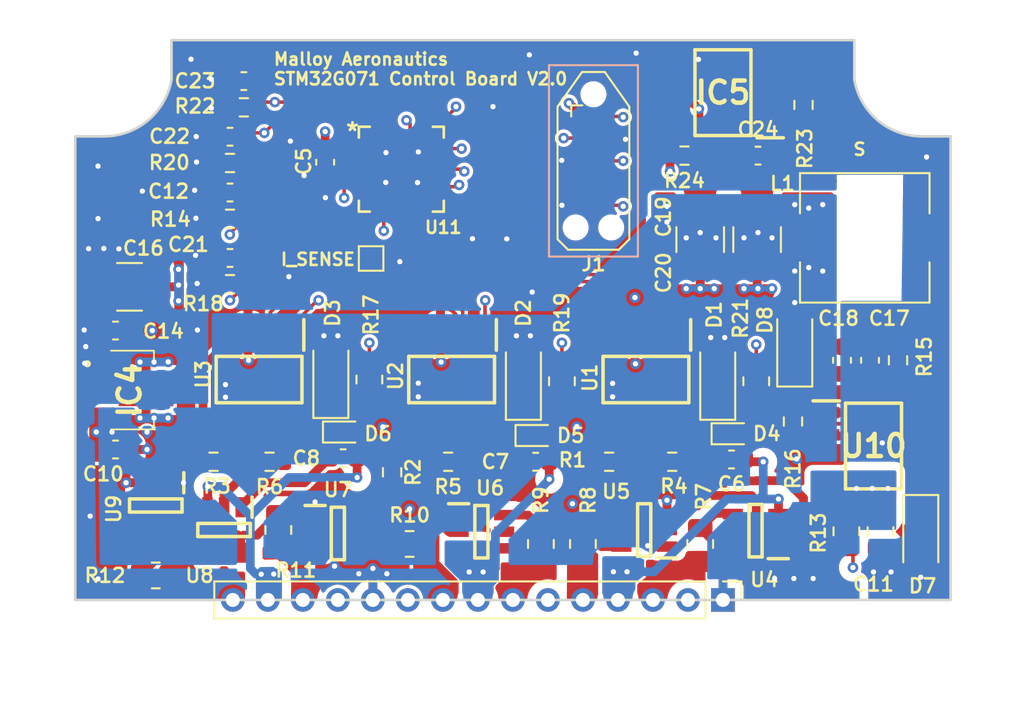
<source format=kicad_pcb>
(kicad_pcb (version 20221018) (generator pcbnew)
  (layers (0 "F.Cu" signal) (1 "In1.Cu" power "GND1.Cu") (2 "In2.Cu" signal "InnerSIG.Cu") (3 "In3.Cu" power "PWR.Cu") (4 "In4.Cu" power "GND2.Cu") (31 "B.Cu" signal) (34 "B.Paste" user) (35 "F.Paste" user) (36 "B.SilkS" user "B.Silkscreen") (37 "F.SilkS" user "F.Silkscreen") (38 "B.Mask" user) (39 "F.Mask" user) (44 "Edge.Cuts" user))
  (net 0 "")
  (net 1 "Net-(D1-K)")
  (net 2 "GND")
  (net 3 "Net-(D2-K)")
  (net 4 "Net-(D3-K)")
  (net 5 "/MCU/PA5")
  (net 6 "Net-(U10-BP)")
  (net 7 "+3V3")
  (net 8 "Net-(D7-K)")
  (net 9 "/BEMF_Feedback/pU")
  (net 10 "Net-(D8-K)")
  (net 11 "/BEMF_Feedback/pV")
  (net 12 "/BEMF_Feedback/bW")
  (net 13 "/BEMF_Feedback/pW")
  (net 14 "+12V")
  (net 15 "/BEMF_Feedback/bV")
  (net 16 "/BEMF_Feedback/bU")
  (net 17 "Net-(IC5-SDA1)")
  (net 20 "/MCU/PB4")
  (net 22 "/PWM/+5V_ISO")
  (net 23 "/PWM/GND_ISO")
  (net 28 "Net-(U1-LVG(1))")
  (net 29 "Net-(U5-IN)")
  (net 30 "Net-(U2-LVG(1))")
  (net 31 "Net-(U7-IN)")
  (net 32 "Net-(U3-LVG(1))")
  (net 33 "Net-(U9-IN)")
  (net 34 "Net-(U1-HVG(1))")
  (net 35 "Net-(U4-IN)")
  (net 36 "Net-(U2-HVG(1))")
  (net 37 "Net-(U6-IN)")
  (net 38 "Net-(U3-HVG(1))")
  (net 39 "Net-(U8-IN)")
  (net 40 "Net-(U4-SINK)")
  (net 41 "Net-(U5-SINK)")
  (net 42 "Net-(U6-SINK)")
  (net 43 "Net-(U7-SINK)")
  (net 44 "Net-(U8-SINK)")
  (net 45 "Net-(U9-SINK)")
  (net 46 "Net-(U10-FB)")
  (net 47 "/Gate_Drive/U_HIN")
  (net 48 "/Gate_Drive/U_LIN")
  (net 49 "/Gate_Drive/V_HIN")
  (net 50 "/Gate_Drive/V_LIN")
  (net 51 "/Gate_Drive/W_HIN")
  (net 52 "/Gate_Drive/W_LIN")
  (net 62 "/MCU/PA1")
  (net 67 "/Gate_Drive/U_H")
  (net 69 "/Gate_Drive/U_L")
  (net 71 "/Gate_Drive/V_H")
  (net 72 "/Gate_Drive/V_L")
  (net 73 "/Gate_Drive/W_H")
  (net 74 "/Gate_Drive/W_L")
  (net 75 "/PWM/SERVO_ISO")
  (net 76 "VBATT")
  (net 77 "/MCU/NRST")
  (net 78 "/MCU/SWO")
  (net 79 "/MCU/SWDIO")
  (net 80 "/MCU/SWCLK")
  (net 81 "/MCU/TDI")
  (footprint "Connector:Tag-Connect_TC2050-IDC-NL_2x05_P1.27mm_Vertical_with_bottom_clip" (layer "F.Cu") (at 138.3 54.8 -90)
    (fp_text reference "J1")
    (fp_text value "Conn_ARM_JTAG_SWD_10")
  )
  (footprint "Capacitor_SMD:C_0805_2012Metric" (layer "F.Cu") (at 154.7 76 -90)
    (fp_text reference "C11")
    (fp_text value "100n")
  )
  (footprint "MAG_Connectors:PWM_PADS" (layer "F.Cu") (at 152.1 51.6)
    (fp_text reference "J2" hide)
    (fp_text value "Conn_01x03" hide)
  )
  (footprint "Diode_SMD:D_SOD-123F" (layer "F.Cu") (at 157 76.1 -90)
    (fp_text reference "D7")
    (fp_text value "ES1JFL")
  )
  (footprint "Resistor_SMD:R_0603_1608Metric" (layer "F.Cu") (at 150.3 51.6 90)
    (fp_text reference "R23")
    (fp_text value "510R")
  )
  (footprint "Resistor_SMD:R_0603_1608Metric" (layer "F.Cu") (at 117.54 58.11 180)
    (fp_text reference "R14")
    (fp_text value "2k")
  )
  (footprint "Capacitor_SMD:C_0603_1608Metric" (layer "F.Cu") (at 135 72)
    (fp_text reference "C7")
    (fp_text value "4u7")
  )
  (footprint "Resistor_SMD:R_0603_1608Metric" (layer "F.Cu") (at 117.54 54.92 180)
    (fp_text reference "R20")
    (fp_text value "2k7")
  )
  (footprint "MAG_ESC:SOIC127P600X175-8N" (layer "F.Cu") (at 145.7 50.9 180)
    (fp_text reference "IC5")
    (fp_text value "ISO1540QDRQ1" hide)
  )
  (footprint "Diode_SMD:D_SOD-123F" (layer "F.Cu") (at 149.8 65.5 90)
    (fp_text reference "D8")
    (fp_text value "ES1JFL")
  )
  (footprint "Resistor_SMD:R_0603_1608Metric" (layer "F.Cu") (at 117.540002 61.85 180)
    (fp_text reference "R18")
    (fp_text value "2k7")
  )
  (footprint "Diode_SMD:D_SOD-123F" (layer "F.Cu") (at 123.3 67.3 90)
    (fp_text reference "D3")
    (fp_text value "ES1JFL")
  )
  (footprint "Capacitor_SMD:C_0603_1608Metric" (layer "F.Cu") (at 154.1 66.2 90)
    (fp_text reference "C17")
    (fp_text value "100n")
  )
  (footprint "Resistor_SMD:R_0603_1608Metric" (layer "F.Cu") (at 130 72 180)
    (fp_text reference "R5")
    (fp_text value "20R")
  )
  (footprint "Resistor_SMD:R_0805_2012Metric" (layer "F.Cu") (at 127.8 76.7)
    (fp_text reference "R10")
    (fp_text value "5R1")
  )
  (footprint "Capacitor_SMD:C_0603_1608Metric" (layer "F.Cu") (at 117.539998 56.61 180)
    (fp_text reference "C12")
    (fp_text value "100n")
  )
  (footprint "MAG_ESC:AZ1117CR33TRG1" (layer "F.Cu") (at 113.194 67.9 -90)
    (fp_text reference "IC4")
    (fp_text value "AZ1117CR-3.3TRG1" hide)
  )
  (footprint "Diode_SMD:D_SOD-123F" (layer "F.Cu") (at 134.3 67.4 90)
    (fp_text reference "D2")
    (fp_text value "ES1JFL")
  )
  (footprint "MAG_Switching_Regulators:SOIC127P600X175-8N_MISSING_PIN" (layer "F.Cu") (at 154.3 71.1)
    (fp_text reference "U10")
    (fp_text value "LNK306DN-TL" hide)
  )
  (footprint "Resistor_SMD:R_0603_1608Metric" (layer "F.Cu") (at 155.7 66.2 90)
    (fp_text reference "R15")
    (fp_text value "2k")
  )
  (footprint "Capacitor_SMD:C_0603_1608Metric" (layer "F.Cu") (at 152.5 66.2 90)
    (fp_text reference "C18")
    (fp_text value "10u")
  )
  (footprint "Capacitor_SMD:C_0603_1608Metric" (layer "F.Cu") (at 124 71.8)
    (fp_text reference "C8")
    (fp_text value "4u7")
  )
  (footprint "Resistor_SMD:R_0805_2012Metric" (layer "F.Cu") (at 147.6 67.4 90)
    (fp_text reference "R21")
    (fp_text value "200k")
  )
  (footprint "MAG_Gate_Drivers:SOT95P285X140-6N" (layer "F.Cu") (at 141.2 75.9 180)
    (fp_text reference "U5")
    (fp_text value "ZXGD3006E6QTA" hide)
  )
  (footprint "Capacitor_SMD:C_0603_1608Metric" (layer "F.Cu") (at 147.7 54.5 180)
    (fp_text reference "C24")
    (fp_text value "4u7")
  )
  (footprint "Resistor_SMD:R_0805_2012Metric" (layer "F.Cu") (at 125.5 67.3 90)
    (fp_text reference "R17")
    (fp_text value "200k")
  )
  (footprint "Diode_SMD:D_SOD-523" (layer "F.Cu") (at 146.2 70.4)
    (fp_text reference "D4")
    (fp_text value "13V")
  )
  (footprint "Resistor_SMD:R_0603_1608Metric" (layer "F.Cu") (at 149.7 69.7 90)
    (fp_text reference "R16")
    (fp_text value "13k3")
  )
  (footprint "MAG_Gate_Drivers:SOT95P285X140-6N" (layer "F.Cu") (at 131.9 76)
    (fp_text reference "U6")
    (fp_text value "ZXGD3006E6QTA" hide)
  )
  (footprint "Capacitor_SMD:C_0603_1608Metric" (layer "F.Cu") (at 117.54 60.35 180)
    (fp_text reference "C21")
    (fp_text value "2n2")
  )
  (footprint "Resistor_SMD:R_0603_1608Metric" (layer "F.Cu") (at 116.6 72 180)
    (fp_text reference "R3")
    (fp_text value "20R")
  )
  (footprint "MAG_Gate_Drivers:SOT127P600X175-8N" (layer "F.Cu") (at 119.2 67.3 -90)
    (fp_text reference "U3")
    (fp_text value "L6498DTR" hide)
  )
  (footprint "Capacitor_SMD:C_1210_3225Metric" (layer "F.Cu") (at 111.8 62 180)
    (fp_text reference "C16")
    (fp_text value "47u")
  )
  (footprint "MAG_Gate_Drivers:SOT127P600X175-8N" (layer "F.Cu") (at 130.2 67.3 -90)
    (fp_text reference "U2")
    (fp_text value "L6498DTR" hide)
  )
  (footprint "Resistor_SMD:R_0603_1608Metric" (layer "F.Cu") (at 119.8 72 180)
    (fp_text reference "R6")
    (fp_text value "20R")
  )
  (footprint "Capacitor_SMD:C_0603_1608Metric" (layer "F.Cu") (at 117.540003 53.419999 180)
    (fp_text reference "C22")
    (fp_text value "2n2")
  )
  (footprint "Resistor_SMD:R_0805_2012Metric" (layer "F.Cu") (at 152.75 75.975 -90)
    (fp_text reference "R13")
    (fp_text value "100k")
  )
  (footprint "Capacitor_SMD:C_0603_1608Metric" (layer "F.Cu") (at 111 64.5 180)
    (fp_text reference "C14")
    (fp_text value "100n")
  )
  (footprint "Resistor_SMD:R_0603_1608Metric" (layer "F.Cu") (at 118.33 51.74 180)
    (fp_text reference "R22")
    (fp_text value "2k7")
  )
  (footprint "Capacitor_SMD:C_0603_1608Metric" (layer "F.Cu") (at 118.329999 50.240001 180)
    (fp_text reference "C23")
    (fp_text value "2n2")
  )
  (footprint "Resistor_SMD:R_0805_2012Metric" (layer "F.Cu") (at 137.7 76.7 -90)
    (fp_text reference "R8")
    (fp_text value "5R1")
  )
  (footprint "Resistor_SMD:R_0603_1608Metric" (layer "F.Cu") (at 139.2 72)
    (fp_text reference "R1")
    (fp_text value "20R")
  )
  (footprint "Diode_SMD:D_SOD-523" (layer "F.Cu") (at 135 70.5)
    (fp_text reference "D5")
    (fp_text value "13V")
  )
  (footprint "MAG_Gate_Drivers:SOT95P285X140-6N" (layer "F.Cu") (at 113.3 74.5 -90)
    (fp_text reference "U9")
    (fp_text value "ZXGD3006E6QTA" hide)
  )
  (footprint "Resistor_SMD:R_0805_2012Metric" (layer "F.Cu") (at 135.3 76.7 -90)
    (fp_text reference "R9")
    (fp_text value "5R1")
  )
  (footprint "Capacitor_SMD:C_0603_1608Metric" (layer "F.Cu") (at 146.19 71.87)
    (fp_text reference "C6")
    (fp_text value "4u7")
  )
  (footprint "Resistor_SMD:R_0805_2012Metric" (layer "F.Cu") (at 144.4 76.7 -90)
    (fp_text reference "R7")
    (fp_text value "5R1")
  )
  (footprint "Resistor_SMD:R_0805_2012Metric" (layer "F.Cu") (at 120.3 75.9 -90)
    (fp_text reference "R11")
    (fp_text value "5R1")
  )
  (footprint "Resistor_SMD:R_0603_1608Metric" (layer "F.Cu") (at 142.8 72)
    (fp_text reference "R4")
    (fp_text value "20R")
  )
  (footprint "Resistor_SMD:R_0805_2012Metric" (layer "F.Cu") (at 136.5 67.4 90)
    (fp_text reference "R19")
    (fp_text value "200k")
  )
  (footprint "MAG_Gate_Drivers:SOT95P285X140-6N" (layer "F.Cu") (at 147.56 75.94 180)
    (fp_text reference "U4")
    (fp_text value "ZXGD3006E6QTA" hide)
  )
  (footprint "Capacitor_SMD:C_1210_3225Metric" (layer "F.Cu") (at 144.4 59.3 -90)
    (fp_text reference "C19")
    (fp_text value "47u")
  )
  (footprint "Connector_PinHeader_2.00mm:PinHeader_1x15_P2.00mm_Vertical" (layer "F.Cu") (at 145.7 79.9 -90)
    (fp_text reference "J6")
    (fp_text value "Conn_01x15")
  )
  (footprint "Inductor_SMD:L_7.3x7.3_H4.5" (layer "F.Cu") (at 153.8 59.2 180)
    (fp_text reference "L1")
    (fp_text value "1m")
  )
  (footprint "MAG_MCUs:UFQFPN-28" (layer "F.Cu") (at 127.325 55.275)
    (fp_text reference "U11")
    (fp_text value "STM32G071GBU6")
  )
  (footprint "TestPoint:TestPoint_Pad_1.0x1.0mm" (layer "F.Cu") (at 125.6 60.38)
    (fp_text reference "J3")
    (fp_text value "Conn_01x01_Pin")
  )
  (footprint "Resistor_SMD:R_0603_1608Metric" (layer "F.Cu") (at 126.8 72.6 -90)
    (fp_text reference "R2")
    (fp_text value "20R")
  )
  (footprint "MAG_Gate_Drivers:SOT95P285X140-6N" (layer "F.Cu") (at 117.2 75.9 -90)
    (fp_text reference "U8")
    (fp_text value "ZXGD3006E6QTA" hide)
  )
  (footprint "MAG_Gate_Drivers:SOT95P285X140-6N" (layer "F.Cu") (at 123.7 76.1)
    (fp_text reference "U7")
    (fp_text value "ZXGD3006E6QTA" hide)
  )
  (footprint "MAG_Gate_Drivers:SOT127P600X175-8N" (layer "F.Cu") (at 141.3 67.3 -90)
    (fp_text reference "U1")
    (fp_text value "L6498DTR" hide)
  )
  (footprint "Resistor_SMD:R_0603_1608Metric" (layer "F.Cu") (at 143.5 54.5 180)
    (fp_text reference "R24")
    (fp_text value "510R")
  )
  (footprint "Capacitor_SMD:C_1210_3225Metric" (layer "F.Cu") (at 147.65 59.3 -90)
    (fp_text reference "C20")
    (fp_text value "47u")
  )
  (footprint "Resistor_SMD:R_0805_2012Metric" (layer "F.Cu") (at 113.3 78.5)
    (fp_text reference "R12")
    (fp_text value "5R1")
  )
  (footprint "Diode_SMD:D_SOD-123F" (layer "F.Cu") (at 145.4 67.4 90)
    (fp_text reference "D1")
    (fp_text value "ES1JFL")
  )
  (footprint "Diode_SMD:D_SOD-523" (layer "F.Cu") (at 124 70.3)
    (fp_text reference "D6")
    (fp_text value "13V")
  )
  (footprint "Capacitor_SMD:C_0603_1608Metric" (layer "F.Cu") (at 111 71.3)
    (fp_text reference "C10")
    (fp_text value "4u7")
  )
  (footprint "Capacitor_SMD:C_0603_1608Metric" (layer "F.Cu") (at 122.975 54.875 -90)
    (fp_text reference "C5")
    (fp_text value "100n")
  )
  (gr_line (start 108.7 79.9) (end 108.7 53.4) (stroke (width 0.15)) (layer "Edge.Cuts"))
  (gr_line (start 158.7 79.9) (end 108.7 79.9) (stroke (width 0.15)) (layer "Edge.Cuts"))
  (gr_line (start 114.2 47.9) (end 153.2 47.9) (stroke (width 0.15)) (layer "Edge.Cuts"))
  (gr_line (start 158.7 53.4) (end 158.7 79.9) (stroke (width 0.15)) (layer "Edge.Cuts"))
  (gr_line (start 153.2 47.9) (end 153.2 50.145) (stroke (width 0.15)) (layer "Edge.Cuts"))
  (gr_arc (start 114.2 50.145) (mid 112.84961 52.490927) (end 110.3 53.4) (stroke (width 0.15)) (layer "Edge.Cuts"))
  (gr_line (start 108.7 53.4) (end 110.3 53.4) (stroke (width 0.15)) (layer "Edge.Cuts"))
  (gr_line (start 158.7 53.4) (end 157.1 53.4) (stroke (width 0.15)) (layer "Edge.Cuts"))
  (gr_arc (start 157.1 53.4) (mid 154.55039 52.490927) (end 153.2 50.145) (stroke (width 0.15)) (layer "Edge.Cuts"))
  (gr_line (start 114.2 47.9) (end 114.2 50.145) (stroke (width 0.15)) (layer "Edge.Cuts"))
  (gr_text "I_SENSE" (at 120.36 60.84) (layer "F.SilkS") (effects (font (size 0.7 0.7) (thickness 0.15) bold) (justify left bottom)))
  (gr_text "Malloy Aeronautics\nSTM32G071 Control Board V2.0\n" (at 119.96 50.52) (layer "F.SilkS") (effects (font (size 0.7 0.7) (thickness 0.15) bold) (justify left bottom)))
  (gr_text "S" (at 153.07 54.55) (layer "F.SilkS") (effects (font (size 0.7 0.7) (thickness 0.15) bold) (justify left bottom)))
  (segment (start 147.608858 73.08) (end 149.304925 73.08) (width 0.5) (layer "F.Cu") (net 1))
  (segment (start 147.593858 73.095) (end 147.608858 73.08) (width 0.5) (layer "F.Cu") (net 1))
  (segment (start 145.4 72.158858) (end 146.336142 73.095) (width 0.5) (layer "F.Cu") (net 1))
  (segment (start 145.4 68.8) (end 145.4 72.158858) (width 0.5) (layer "F.Cu") (net 1))
  (segment (start 150.025 76.85) (end 149.2 76.85) (width 0.5) (layer "F.Cu") (net 1))
  (segment (start 150.3 76.575) (end 150.025 76.85) (width 0.5) (layer "F.Cu") (net 1))
  (segment (start 143.205 69.495) (end 143.205 69.85) (width 0.5) (layer "F.Cu") (net 1))
  (segment (start 145.4 68.8) (end 143.9 68.8) (width 0.5) (layer "F.Cu") (net 1))
  (segment (start 146.336142 73.095) (end 147.593858 73.095) (width 0.5) (layer "F.Cu") (net 1))
  (segment (start 149.304925 73.08) (end 150.3 74.075075) (width 0.5) (layer "F.Cu") (net 1))
  (segment (start 143.9 68.8) (end 143.205 69.495) (width 0.5) (layer "F.Cu") (net 1))
  (segment (start 150.3 74.075075) (end 150.3 76.575) (width 0.5) (layer "F.Cu") (net 1))
  (segment (start 111.6 71.475) (end 111.775 71.3) (width 0.5) (layer "F.Cu") (net 2))
  (segment (start 111.6 73.2) (end 111.6 71.475) (width 0.5) (layer "F.Cu") (net 2))
  (via (at 124.9 78.4) (size 0.6) (drill 0.3) (layers "F.Cu" "B.Cu") (net 2))
  (via (at 111.6 73.2) (size 0.6) (drill 0.3) (layers "F.Cu" "B.Cu") (net 2))
  (via (at 115.31 48.99) (size 0.6) (drill 0.3) (layers "F.Cu" "B.Cu") (net 2))
  (via (at 132.56 51.7) (size 0.6) (drill 0.3) (layers "F.Cu" "B.Cu") (net 2))
  (via (at 116.47 51.78) (size 0.6) (drill 0.3) (layers "F.Cu" "B.Cu") (net 2))
  (via (at 115.66 61.81) (size 0.6) (drill 0.3) (layers "F.Cu" "B.Cu") (net 2))
  (via (at 125.7 78.1) (size 0.6) (drill 0.3) (layers "F.Cu" "B.Cu") (net 2))
  (via (at 121.77 55.64) (size 0.6) (drill 0.3) (layers "F.Cu" "B.Cu") (net 2))
  (via (at 129.6 66.3) (size 0.6) (drill 0.3) (layers "F.Cu" "B.Cu") (net 2))
  (via (at 144.4 62.1) (size 0.6) (drill 0.3) (layers "F.Cu" "B.Cu") (net 2))
  (via (at 109.46 59.82) (size 0.6) (drill 0.3) (layers "F.Cu" "B.Cu") (net 2))
  (via (at 140.74 48.64) (size 0.6) (drill 0.3) (layers "F.Cu" "B.Cu") (net 2))
  (via (at 131.39 59.25) (size 0.6) (drill 0.3) (layers "F.Cu" "B.Cu") (net 2))
  (via (at 147.7 62.1) (size 0.6) (drill 0.3) (layers "F.Cu" "B.Cu") (net 2))
  (via (at 116.47 50.13) (size 0.6) (drill 0.3) (layers "F.Cu" "B.Cu") (net 2))
  (via (at 144.3 49) (size 0.6) (drill 0.3) (layers "F.Cu" "B.Cu") (net 2))
  (via (at 126.27 70.01) (size 0.6) (drill 0.3) (layers "F.Cu" "B.Cu") (net 2))
  (via (at 110 78.7) (size 0.6) (drill 0.3) (layers "F.Cu" "B.Cu") (net 2))
  (via (at 115.63 54.87) (size 0.6) (drill 0.3) (layers "F.Cu" "B.Cu") (net 2))
  (via (at 109.3 65.42) (size 0.6) (drill 0.3) (layers "F.Cu" "B.Cu") (net 2))
  (via (at 137.1 74.4) (size 0.6) (drill 0.3) (layers "F.Cu" "B.Cu") (net 2))
  (via (at 115.59 58.08) (size 0.6) (drill 0.3) (layers "F.Cu" "B.Cu") (net 2))
  (via (at 120.9 61.42) (size 0.6) (drill 0.3) (layers "F.Cu" "B.Cu") (net 2))
  (via (at 111.19 59.83) (size 0.6) (drill 0.3) (layers "F.Cu" "B.Cu") (net 2))
  (via (at 140.7 66.3995) (size 0.6) (drill 0.3) (layers "F.Cu" "B.Cu") (net 2))
  (via (at 142.5 74.1995) (size 0.6) (drill 0.3) (layers "F.Cu" "B.Cu") (net 2))
  (via (at 126.435571 56.033554) (size 0.6) (drill 0.3) (layers "F.Cu" "B.Cu") (net 2))
  (via (at 120.99 53.67) (size 0.6) (drill 0.3) (layers "F.Cu" "B.Cu") (net 2))
  (via (at 112.53 56.53) (size 0.6) (drill 0.3) (layers "F.Cu" "B.Cu") (net 2))
  (via (at 134.8 62.3) (size 0.6) (drill 0.3) (layers "F.Cu" "B.Cu") (net 2))
  (via (at 122.99 56.9) (size 0.6) (drill 0.3) (layers "F.Cu" "B.Cu") (net 2))
  (via (at 133.35 59.26) (size 0.6) (drill 0.3) (layers "F.Cu" "B.Cu") (net 2))
  (via (at 112.8 70.3) (size 0.6) (drill 0.3) (layers "F.Cu" "B.Cu") (net 2))
  (via (at 110 58.1) (size 0.6) (drill 0.3) (layers "F.Cu" "B.Cu") (net 2))
  (via (at 110.33 59.81) (size 0.6) (drill 0.3) (layers "F.Cu" "B.Cu") (net 2))
  (via (at 118.6 66.2) (size 0.6) (drill 0.3) (layers "F.Cu" "B.Cu") (net 2))
  (via (at 123.51 77.97) (size 0.6) (drill 0.3) (layers "F.Cu" "B.Cu") (net 2))
  (via (at 146.9 62.1) (size 0.6) (drill 0.3) (layers "F.Cu" "B.Cu") (net 2))
  (via (at 128.25 56.04) (size 0.6) (drill 0.3) (layers "F.Cu" "B.Cu") (net 2))
  (via (at 136.49 54.77) (size 0.6) (drill 0.3) (layers "F.Cu" "B.Cu") (net 2))
  (via (at 115.52 56.48) (size 0.6) (drill 0.3) (layers "F.Cu" "B.Cu") (net 2))
  (via (at 127.8 74.7) (size 0.6) (drill 0.3) (layers "F.Cu" "B.Cu") (net 2))
  (via (at 155.3 78.3) (size 0.6) (drill 0.3) (layers "F.Cu" "B.Cu") (net 2))
  (via (at 154.8 70.92) (size 0.6) (drill 0.3) (layers "F.Cu" "B.Cu") (net 2))
  (via (at 157 78.6) (size 0.6) (drill 0.3) (layers "F.Cu" "B.Cu") (net 2))
  (via (at 157.33 54.58) (size 0.6) (drill 0.3) (layers "F.Cu" "B.Cu") (net 2))
  (via (at 128.3 54.29) (size 0.6) (drill 0.3) (layers "F.Cu" "B.Cu") (net 2))
  (via (at 109.21 64.47) (size 0.6) (drill 0.3) (layers "F.Cu" "B.Cu") (net 2))
  (via (at 145.2 62.1) (size 0.6) (drill 0.3) (layers "F.Cu" "B.Cu") (net 2))
  (via (at 126.45 54.33) (size 0.6) (drill 0.3) (layers "F.Cu" "B.Cu") (net 2))
  (via (at 115.61 53.41) (size 0.6) (drill 0.3) (layers "F.Cu" "B.Cu") (net 2))
  (via (at 126.5 78.4) (size 0.6) (drill 0.3) (layers "F.Cu" "B.Cu") (net 2))
  (via (at 148.5 62.1) (size 0.6) (drill 0.3) (layers "F.Cu" "B.Cu") (net 2))
  (via (at 140.13 53.57) (size 0.6) (drill 0.3) (layers "F.Cu" "B.Cu") (net 2))
  (via (at 115.68 64.47) (size 0.6) (drill 0.3) (layers "F.Cu" "B.Cu") (net 2))
  (via (at 115.57 60.2) (size 0.6) (drill 0.3) (layers "F.Cu" "B.Cu") (net 2))
  (via (at 143.6 62.1) (size 0.6) (drill 0.3) (layers "F.Cu" "B.Cu") (net 2))
  (via (at 140.67 62.61) (size 0.6) (drill 0.3) (layers "F.Cu" "B.Cu") (net 2))
  (via (at 136.5 57.34) (size 0.6) (drill 0.3) (layers "F.Cu" "B.Cu") (net 2))
  (via (at 109.24 66.37) (size 0.6) (drill 0.3) (layers "F.Cu" "B.Cu") (net 2))
  (via (at 134.64 48.74) (size 0.6) (drill 0.3) (layers "F.Cu" "B.Cu") (net 2))
  (via (at 109.55 75.11) (size 0.6) (drill 0.3) (layers "F.Cu" "B.Cu") (net 2))
  (via (at 137.35 69.99) (size 0.6) (drill 0.3) (layers "F.Cu" "B.Cu") (net 2))
  (via (at 154.3 78.3) (size 0.6) (drill 0.3) (layers "F.Cu" "B.Cu") (net 2))
  (via (at 149.91 71.84) (size 0.6) (drill 0.3) (layers "F.Cu" "B.Cu") (net 2))
  (via (at 110 55.1) (size 0.6) (drill 0.3) (layers "F.Cu" "B.Cu") (net 2))
  (via (at 112.8 71.3) (size 0.6) (drill 0.3) (layers "F.Cu" "B.Cu") (net 2))
  (via (at 127.24 60.56) (size 0.6) (drill 0.3) (layers "F.Cu" "B.Cu") (net 2))
  (segment (start 134.225 72) (end 134.3 71.925) (width 0.5) (layer "F.Cu") (net 3))
  (segment (start 130.6 74.5) (end 133.1 72) (width 0.5) (layer "F.Cu") (net 3))
  (segment (start 134.3 68.8) (end 134 69.1) (width 0.5) (layer "F.Cu") (net 3))
  (segment (start 132.5 69.1) (end 132.105 69.495) (width 0.5) (layer "F.Cu") (net 3))
  (segment (start 130.6 75.05) (end 130.6 74.5) (width 0.5) (layer "F.Cu") (net 3))
  (segment (start 133.1 72) (end 134.225 72) (width 0.5) (layer "F.Cu") (net 3))
  (segment (start 132.105 69.495) (end 132.105 69.85) (width 0.5) (layer "F.Cu") (net 3))
  (segment (start 134.3 69.1) (end 134 69.1) (width 0.5) (layer "F.Cu") (net 3))
  (segment (start 134.3 71.925) (end 134.3 69.1) (width 0.5) (layer "F.Cu") (net 3))
  (segment (start 134 69.1) (end 132.5 69.1) (width 0.5) (layer "F.Cu") (net 3))
  (segment (start 121.7 68.7) (end 121.105 69.295) (width 0.5) (layer "F.Cu") (net 4))
  (segment (start 118.15 74.6) (end 118.15 74.55) (width 0.5) (layer "F.Cu") (net 4))
  (segment (start 123.3 68.7) (end 121.7 68.7) (width 0.5) (layer "F.Cu") (net 4))
  (segment (start 123.225 71.8) (end 123.3 71.725) (width 0.5) (layer "F.Cu") (net 4))
  (segment (start 119.5 73.2) (end 121.8 73.2) (width 0.5) (layer "F.Cu") (net 4))
  (segment (start 123.2 71.8) (end 123.225 71.8) (width 0.5) (layer "F.Cu") (net 4))
  (segment (start 123.3 71.725) (end 123.3 68.7) (width 0.5) (layer "F.Cu") (net 4))
  (segment (start 118.15 74.55) (end 119.5 73.2) (width 0.5) (layer "F.Cu") (net 4))
  (segment (start 121.8 73.2) (end 123.2 71.8) (width 0.5) (layer "F.Cu") (net 4))
  (segment (start 121.105 69.295) (end 121.105 69.85) (width 0.5) (layer "F.Cu") (net 4))
  (segment (start 126.573529 59.3995) (end 126.691514 59.281514) (width 0.2) (layer "F.Cu") (net 5))
  (segment (start 126.691514 59.281514) (end 126.423028 59.55) (width 0.2) (layer "F.Cu") (net 5))
  (segment (start 127.325 58.648029) (end 127.325 58.2) (width 0.2) (layer "F.Cu") (net 5))
  (segment (start 127.325 57.15) (end 127.325 58.2) (width 0.2) (layer "F.Cu") (net 5))
  (segment (start 126.423028 59.55) (end 126.423028 59.556972) (width 0.2) (layer "F.Cu") (net 5))
  (segment (start 126.423028 59.556972) (end 125.6 60.38) (width 0.2) (layer "F.Cu") (net 5))
  (segment (start 126.691514 59.281514) (end 127.325 58.648029) (width 0.2) (layer "F.Cu") (net 5))
  (segment (start 151.6 69.195) (end 152.805 69.195) (width 0.5) (layer "F.Cu") (net 6))
  (segment (start 152.805 69.195) (end 154.1 67.9) (width 0.5) (layer "F.Cu") (net 6))
  (segment (start 154.1 67.9) (end 154.1 66.975) (width 0.5) (layer "F.Cu") (net 6))
  (segment (start 122.975 53.125) (end 122.975 54.1) (width 0.5) (layer "F.Cu") (net 7))
  (segment (start 142.675 54.5) (end 142.675 53.13) (width 0.5) (layer "F.Cu") (net 7))
  (segment (start 142.675 55.395) (end 142.675 53.13) (width 0.5) (layer "F.Cu") (net 7))
  (segment (start 142.675 53.13) (end 143 52.805) (width 0.5) (layer "F.Cu") (net 7))
  (segment (start 123.650001 54.775001) (end 122.975 54.1) (width 0.2) (layer "F.Cu") (net 7))
  (segment (start 136.905 51.5) (end 137.665 52.26) (width 0.5) (layer "F.Cu") (net 7))
  (segment (start 136.9 51.5) (end 136.905 51.5) (width 0.5) (layer "F.Cu") (net 7))
  (segment (start 125.45 54.775001) (end 123.650001 54.775001) (width 0.2) (layer "F.Cu") (net 7))
  (via (at 113.2 69.5) (size 0.6) (drill 0.3) (layers "F.Cu" "B.Cu") (net 7))
  (via (at 136.9 51.5) (size 0.6) (drill 0.3) (layers "F.Cu" "B.Cu") (net 7))
  (via (at 113.1 64.5) (size 0.6) (drill 0.3) (layers "F.Cu" "B.Cu") (net 7))
  (via (at 113.2 66.3) (size 0.6) (drill 0.3) (layers "F.Cu" "B.Cu") (net 7))
  (via (at 112.4 69.5) (size 0.6) (drill 0.3) (layers "F.Cu" "B.Cu") (net 7))
  (via (at 114 69.5) (size 0.6) (drill 0.3) (layers "F.Cu" "B.Cu") (net 7))
  (via (at 114.6 61.9) (size 0.6) (drill 0.3) (layers "F.Cu" "B.Cu") (net 7))
  (via (at 114.006428 66.291421) (size 0.6) (drill 0.3) (layers "F.Cu" "B.Cu") (net 7))
  (via (at 112.4 66.3) (size 0.6) (drill 0.3) (layers "F.Cu" "B.Cu") (net 7))
  (via (at 142.675 55.395) (size 0.6) (drill 0.3) (layers "F.Cu" "B.Cu") (net 7))
  (via (at 114.6 62.8) (size 0.6) (drill 0.3) (layers "F.Cu" "B.Cu") (net 7))
  (via (at 114.6 61) (size 0.6) (drill 0.3) (layers "F.Cu" "B.Cu") (net 7))
  (via (at 122.975 53.125) (size 0.6) (drill 0.3) (layers "F.Cu" "B.Cu") (net 7))
  (segment (start 113.997849 66.3) (end 114.006428 66.291421) (width 0.5) (layer "B.Cu") (net 7))
  (segment (start 114.6 61) (end 114.6 62.8) (width 0.5) (layer "B.Cu") (net 7))
  (segment (start 114 69.5) (end 112.4 69.5) (width 0.5) (layer "B.Cu") (net 7))
  (segment (start 112.4 66.3) (end 113.997849 66.3) (width 0.5) (layer "B.Cu") (net 7))
  (segment (start 157 59.2) (end 157.24 59.44) (width 1) (layer "F.Cu") (net 8))
  (segment (start 152.5 65.425) (end 156.675 65.425) (width 1) (layer "F.Cu") (net 8))
  (segment (start 157.24 68.955) (end 157 69.195) (width 1) (layer "F.Cu") (net 8))
  (segment (start 157 69.195) (end 157 74.7) (width 1) (layer "F.Cu") (net 8))
  (segment (start 157.24 59.44) (end 157.24 68.955) (width 1) (layer "F.Cu") (net 8))
  (segment (start 147.298286 68.3125) (end 146.485786 67.5) (width 0.5) (layer "F.Cu") (net 9))
  (segment (start 146.485786 67.5) (end 141.58 67.5) (width 0.5) (layer "F.Cu") (net 9))
  (segment (start 147.095 72) (end 146.975 71.88) (width 0.5) (layer "F.Cu") (net 9))
  (segment (start 146.975 71.88) (end 146.975 68.9375) (width 0.5) (layer "F.Cu") (net 9))
  (segment (start 146.975 68.9375) (end 147.6 68.3125) (width 0.5) (layer "F.Cu") (net 9))
  (segment (start 148.87 74.85) (end 148.88 74.85) (width 0.5) (layer "F.Cu") (net 9))
  (segment (start 140.7 69.815) (end 140.665 69.85) (width 0.5) (layer "F.Cu") (net 9))
  (segment (start 148.87 74.13) (end 148.87 74.85) (width 0.5) (layer "F.Cu") (net 9))
  (segment (start 147.6 68.1) (end 147.6 68.3125) (width 0.5) (layer "F.Cu") (net 9))
  (segment (start 141.58 67.5) (end 140.7 68.38) (width 0.5) (layer "F.Cu") (net 9))
  (segment (start 147.6 68.3125) (end 147.298286 68.3125) (width 0.5) (layer "F.Cu") (net 9))
  (segment (start 140.7 68.38) (end 140.7 69.815) (width 0.5) (layer "F.Cu") (net 9))
  (segment (start 148 72) (end 147.095 72) (width 0.5) (layer "F.Cu") (net 9))
  (via (at 148.87 74.13) (size 0.6) (drill 0.3) (layers "F.Cu" "B.Cu") (net 9))
  (via (at 148 72) (size 0.6) (drill 0.3) (layers "F.Cu" "B.Cu") (net 9))
  (via (at 139.44 78.29) (size 0.6) (drill 0.3) (layers "F.Cu" "B.Cu") (net 9))
  (via (at 140.22 78.29) (size 0.6) (drill 0.3) (layers "F.Cu" "B.Cu") (net 9))
  (segment (start 139.44 78.29) (end 141.762178 78.29) (width 0.5) (layer "B.Cu") (net 9))
  (segment (start 148 72) (end 148 73.88) (width 0.5) (layer "B.Cu") (net 9))
  (segment (start 148 73.88) (end 147.75 74.13) (width 0.5) (layer "B.Cu") (net 9))
  (segment (start 145.922178 74.13) (end 146.43 74.13) (width 0.5) (layer "B.Cu") (net 9))
  (segment (start 148.87 74.13) (end 146.43 74.13) (width 0.5) (layer "B.Cu") (net 9))
  (segment (start 141.762178 78.29) (end 145.922178 74.13) (width 0.5) (layer "B.Cu") (net 9))
  (segment (start 147.75 74.13) (end 146.43 74.13) (width 0.5) (layer "B.Cu") (net 9))
  (segment (start 149.8 66.9) (end 149.7 67) (width 0.5) (layer "F.Cu") (net 10))
  (segment (start 149.7 67) (end 149.7 68.875) (width 0.5) (layer "F.Cu") (net 10))
  (segment (start 152.5 66.975) (end 149.7 66.975) (width 0.5) (layer "F.Cu") (net 10))
  (segment (start 149.7 66.975) (end 149.7 68.875) (width 0.5) (layer "F.Cu") (net 10))
  (segment (start 129.565 69.85) (end 129.565 68.445) (width 0.5) (layer "F.Cu") (net 11))
  (segment (start 135.775 73.075) (end 135.775 73.0005) (width 0.2) (layer "F.Cu") (net 11))
  (segment (start 135.385786 67.5) (end 136.198286 68.3125) (width 0.5) (layer "F.Cu") (net 11))
  (segment (start 130.51 67.5) (end 135.385786 67.5) (width 0.5) (layer "F.Cu") (net 11))
  (segment (start 135.775 72) (end 135.775 69.0375) (width 0.5) (layer "F.Cu") (net 11))
  (segment (start 135.775 72) (end 135.775 73.075) (width 0.5) (layer "F.Cu") (net 11))
  (segment (start 135.775 73.075) (end 135.8 73.1) (width 0.2) (layer "F.Cu") (net 11))
  (segment (start 129.565 68.445) (end 130.51 67.5) (width 0.5) (layer "F.Cu") (net 11))
  (segment (start 135.775 69.0375) (end 136.5 68.3125) (width 0.5) (layer "F.Cu") (net 11))
  (segment (start 136.198286 68.3125) (end 136.5 68.3125) (width 0.5) (layer "F.Cu") (net 11))
  (via (at 131.2 78.3) (size 0.6) (drill 0.3) (layers "F.Cu" "B.Cu") (net 11))
  (via (at 132 78.3) (size 0.6) (drill 0.3) (layers "F.Cu" "B.Cu") (net 11))
  (via (at 135.775 73.0005) (size 0.6) (drill 0.3) (layers "F.Cu" "B.Cu") (net 11))
  (segment (start 132.5 78.3) (end 132.7 78.1) (width 0.5) (layer "B.Cu") (net 11))
  (segment (start 132.7 78.1) (end 132.7 76.1) (width 0.5) (layer "B.Cu") (net 11))
  (segment (start 135.775 73.025) (end 135.775 73.0005) (width 0.5) (layer "B.Cu") (net 11))
  (segment (start 131.2 78.3) (end 132.5 78.3) (width 0.5) (layer "B.Cu") (net 11))
  (segment (start 132.7 76.1) (end 135.775 73.025) (width 0.5) (layer "B.Cu") (net 11))
  (segment (start 125.5 66.3875) (end 125.5 65.2) (width 0.2) (layer "F.Cu") (net 12))
  (segment (start 117.54 62.77) (end 118.365002 61.944998) (width 0.2) (layer "F.Cu") (net 12))
  (segment (start 125.825 58.395) (end 125.825 57.175) (width 0.2) (layer "F.Cu") (net 12))
  (segment (start 118.365002 61.944998) (end 118.365002 60.299998) (width 0.2) (layer "F.Cu") (net 12))
  (segment (start 125.09 59.13) (end 125.825 58.395) (width 0.2) (layer "F.Cu") (net 12))
  (segment (start 119.535 59.13) (end 125.09 59.13) (width 0.2) (layer "F.Cu") (net 12))
  (segment (start 118.365002 60.299998) (end 119.535 59.13) (width 0.2) (layer "F.Cu") (net 12))
  (via (at 117.54 62.77) (size 0.6) (drill 0.3) (layers "F.Cu" "B.Cu") (net 12))
  (via (at 125.5 65.2) (size 0.6) (drill 0.3) (layers "F.Cu" "B.Cu") (net 12))
  (segment (start 119.69 67.25) (end 124.15 67.25) (width 0.5) (layer "F.Cu") (net 13))
  (segment (start 124.775 71.8) (end 124.775 68.9375) (width 0.5) (layer "F.Cu") (net 13))
  (segment (start 124.15 67.25) (end 124.6 67.7) (width 0.5) (layer "F.Cu") (net 13))
  (segment (start 124.775 68.9375) (end 125.5 68.2125) (width 0.5) (layer "F.Cu") (net 13))
  (segment (start 124.9875 67.7) (end 125.5 68.2125) (width 0.5) (layer "F.Cu") (net 13))
  (segment (start 124.8 71.825) (end 124.775 71.8) (width 0.5) (layer "F.Cu") (net 13))
  (segment (start 118.565 68.375) (end 119.69 67.25) (width 0.5) (layer "F.Cu") (net 13))
  (segment (start 124.6 67.7) (end 124.9875 67.7) (width 0.5) (layer "F.Cu") (net 13))
  (segment (start 124.8 72.9) (end 124.8 71.825) (width 0.5) (layer "F.Cu") (net 13))
  (segment (start 118.565 69.85) (end 118.565 68.375) (width 0.5) (layer "F.Cu") (net 13))
  (segment (start 116.27 73.41) (end 116.27 74.384214) (width 0.5) (layer "F.Cu") (net 13))
  (via (at 124.8 72.9) (size 0.6) (drill 0.3) (layers "F.Cu" "B.Cu") (net 13))
  (via (at 119.32 78.43) (size 0.6) (drill 0.3) (layers "F.Cu" "B.Cu") (net 13))
  (via (at 120.04 78.42) (size 0.6) (drill 0.3) (layers "F.Cu" "B.Cu") (net 13))
  (via (at 116.27 73.41) (size 0.6) (drill 0.3) (layers "F.Cu" "B.Cu") (net 13))
  (segment (start 124.8 72.9) (end 120.9 72.9) (width 0.5) (layer "B.Cu") (net 13))
  (segment (start 119.02 78.42) (end 118.7 78.1) (width 0.5) (layer "B.Cu") (net 13))
  (segment (start 120.9 72.9) (end 118.7 75.1) (width 0.5) (layer "B.Cu") (net 13))
  (segment (start 117.01 73.41) (end 116.27 73.41) (width 0.5) (layer "B.Cu") (net 13))
  (segment (start 118.6 75) (end 117.01 73.41) (width 0.5) (layer "B.Cu") (net 13))
  (segment (start 118.7 78.1) (end 118.7 75.2) (width 0.5) (layer "B.Cu") (net 13))
  (segment (start 120.04 78.42) (end 119.02 78.42) (width 0.5) (layer "B.Cu") (net 13))
  (segment (start 123.7 64.8) (end 123.3 65.2) (width 0.5) (layer "F.Cu") (net 14))
  (segment (start 134.3 65.1) (end 134.3 66) (width 0.5) (layer "F.Cu") (net 14))
  (segment (start 145 64.9) (end 145.4 65.3) (width 0.5) (layer "F.Cu") (net 14))
  (segment (start 122.4 75.15) (end 122.4 74.3) (width 0.5) (layer "F.Cu") (net 14))
  (segment (start 149.8 64.1) (end 149.8 62.9) (width 0.5) (layer "F.Cu") (net 14))
  (segment (start 134.7 64.8) (end 134.3 65.2) (width 0.5) (layer "F.Cu") (net 14))
  (segment (start 144.4 57.825) (end 147.65 57.825) (width 0.5) (layer "F.Cu") (net 14))
  (segment (start 145.8 64.9) (end 145.4 65.3) (width 0.5) (layer "F.Cu") (net 14))
  (segment (start 150.6 59.2) (end 150.6 62.1) (width 0.5) (layer "F.Cu") (net 14))
  (segment (start 133.9 64.8) (end 134.3 65.2) (width 0.5) (layer "F.Cu") (net 14))
  (segment (start 117.28 67.59) (end 117.28 68.78) (width 0.5) (layer "F.Cu") (net 14))
  (segment (start 128.295 67.51) (end 128.295 69.85) (width 0.5) (layer "F.Cu") (net 14))
  (segment (start 141.45 76.85) (end 142.5 76.85) (width 0.5) (layer "F.Cu") (net 14))
  (segment (start 117.295 68.325) (end 117.295 68.795) (width 0.5) (layer "F.Cu") (net 14))
  (segment (start 139.395 67.52) (end 139.395 69.85) (width 0.5) (layer "F.Cu") (net 14))
  (segment (start 123.3 65.2) (end 123.3 65.9) (width 0.5) (layer "F.Cu") (net 14))
  (segment (start 122.9 64.8) (end 123.3 65.2) (width 0.5) (layer "F.Cu") (net 14))
  (segment (start 128.295 68.29) (end 128.295 69.85) (width 0.5) (layer "F.Cu") (net 14))
  (segment (start 117.28 68.78) (end 117.295 68.795) (width 0.5) (layer "F.Cu") (net 14))
  (segment (start 117.295 68.795) (end 117.295 69.85) (width 0.5) (layer "F.Cu") (net 14))
  (segment (start 110.356 69.4) (end 110.356 71.169) (width 0.5) (layer "F.Cu") (net 14))
  (segment (start 145.4 65.3) (end 145.4 66) (width 0.5) (layer "F.Cu") (net 14))
  (segment (start 150.6 62.1) (end 149.8 62.9) (width 0.5) (layer "F.Cu") (net 14))
  (segment (start 114.88 73.2) (end 114.25 73.2) (width 0.5) (layer "F.Cu") (net 14))
  (segment (start 141.4 76.8) (end 141.45 76.85) (width 0.5) (layer "F.Cu") (net 14))
  (segment (start 139.395 68.29) (end 139.395 69.85) (width 0.5) (layer "F.Cu") (net 14))
  (segment (start 117.28 68.31) (end 117.295 68.325) (width 0.5) (layer "F.Cu") (net 14))
  (segment (start 110.356 71.169) (end 110.225 71.3) (width 0.5) (layer "F.Cu") (net 14))
  (segment (start 134.3 65.2) (end 134.3 65.1) (width 0.5) (layer "F.Cu") (net 14))
  (via (at 149.8 62.9) (size 0.6) (drill 0.3) (layers "F.Cu" "B.Cu") (net 14))
  (via (at 128.295 68.29) (size 0.6) (drill 0.3) (layers "F.Cu" "B.Cu") (net 14))
  (via (at 150.6 60.9) (size 0.6) (drill 0.3) (layers "F.Cu" "B.Cu") (net 14))
  (via (at 142.5 57.4) (size 0.6) (drill 0.3) (layers "F.Cu" "B.Cu") (net 14))
  (via (at 110.8 70.3) (size 0.6) (drill 0.3) (layers "F.Cu" "B.Cu") (net 14))
  (via (at 149.8 57.3) (size 0.6) (drill 0.3) (layers "F.Cu" "B.Cu") (net 14))
  (via (at 122.9 64.8) (size 0.6) (drill 0.3) (layers "F.Cu" "B.Cu") (net 14))
  (via (at 145.3 59.2) (size 0.6) (drill 0.3) (layers "F.Cu" "B.Cu") (net 14))
  (via (at 133.9 64.8) (size 0.6) (drill 0.3) (layers "F.Cu" "B.Cu") (net 14))
  (via (at 151.4 61.1) (size 0.6) (drill 0.3) (layers "F.Cu" "B.Cu") (net 14))
  (via (at 148.5 59.2) (size 0.6) (drill 0.3) (layers "F.Cu" "B.Cu") (net 14))
  (via (at 143.6 59.2) (size 0.6) (drill 0.3) (layers "F.Cu" "B.Cu") (net 14))
  (via (at 134.7 64.8) (size 0.6) (drill 0.3) (layers "F.Cu" "B.Cu") (net 14))
  (via (at 147.7 58.9) (size 0.6) (drill 0.3) (layers "F.Cu" "B.Cu") (net 14))
  (via (at 146.9 59.2) (size 0.6) (drill 0.3) (layers "F.Cu" "B.Cu") (net 14))
  (via (at 139.395 68.29) (size 0.6) (drill 0.3) (layers "F.Cu" "B.Cu") (net 14))
  (via (at 117.28 68.31) (size 0.6) (drill 0.3) (layers "F.Cu" "B.Cu") (net 14))
  (via (at 139.395 67.52) (size 0.6) (drill 0.3) (layers "F.Cu" "B.Cu") (net 14))
  (via (at 150.6 57.5) (size 0.6) (drill 0.3) (layers "F.Cu" "B.Cu") (net 14))
  (via (at 145 64.9) (size 0.6) (drill 0.3) (layers "F.Cu" "B.Cu") (net 14))
  (via (at 117.28 67.59) (size 0.6) (drill 0.3) (layers "F.Cu" "B.Cu") (net 14))
  (via (at 114.88 73.2) (size 0.6) (drill 0.3) (layers "F.Cu" "B.Cu") (net 14))
  (via (at 151.4 57.3) (size 0.6) (drill 0.3) (layers "F.Cu" "B.Cu") (net 14))
  (via (at 145.8 64.9) (size 0.6) (drill 0.3) (layers "F.Cu" "B.Cu") (net 14))
  (via (at 128.295 67.51) (size 0.6) (drill 0.3) (layers "F.Cu" "B.Cu") (net 14))
  (via (at 141.4 76.8) (size 0.6) (drill 0.3) (layers "F.Cu" "B.Cu") (net 14))
  (via (at 149.8 61.1) (size 0.6) (drill 0.3) (layers "F.Cu" "B.Cu") (net 14))
  (via (at 122.4 74.3) (size 0.6) (drill 0.3) (layers "F.Cu" "B.Cu") (net 14))
  (via (at 142.5 58.3) (size 0.6) (drill 0.3) (layers "F.Cu" "B.Cu") (net 14))
  (via (at 109.9 70.3) (size 0.6) (drill 0.3) (layers "F.Cu" "B.Cu") (net 14))
  (via (at 144.4 58.9) (size 0.6) (drill 0.3) (layers "F.Cu" "B.Cu") (net 14))
  (via (at 123.7 64.8) (size 0.6) (drill 0.3) (layers "F.Cu" "B.Cu") (net 14))
  (segment (start 118.535002 53.2) (end 118.315003 53.419999) (width 0.2) (layer "F.Cu") (net 15))
  (segment (start 119.5005 53.2) (end 118.535002 53.2) (width 0.2) (layer "F.Cu") (net 15))
  (segment (start 125.85 51.84) (end 126.324999 52.314999) (width 0.2) (layer "F.Cu") (net 15))
  (segment (start 136.5 66.4875) (end 136.5 65.2) (width 0.2) (layer "F.Cu") (net 15))
  (segment (start 118.365 54.92) (end 118.365 53.469996) (width 0.2) (layer "F.Cu") (net 15))
  (segment (start 120.8605 51.84) (end 125.85 51.84) (width 0.2) (layer "F.Cu") (net 15))
  (segment (start 119.5005 53.2) (end 120.8605 51.84) (width 0.2) (layer "F.Cu") (net 15))
  (segment (start 118.365 53.469996) (end 118.315003 53.419999) (width 0.2) (layer "F.Cu") (net 15))
  (segment (start 126.324999 52.314999) (end 126.324999 53.4) (width 0.2) (layer "F.Cu") (net 15))
  (via (at 119.5005 53.2) (size 0.6) (drill 0.3) (layers "F.Cu" "B.Cu") (net 15))
  (via (at 136.5 65.2) (size 0.6) (drill 0.3) (layers "F.Cu" "B.Cu") (net 15))
  (segment (start 127.58 51.44) (end 128.325001 52.185001) (width 0.2) (layer "F.Cu") (net 16))
  (segment (start 119.104999 51.689999) (end 119.155 51.74) (width 0.2) (layer "F.Cu") (net 16))
  (segment (start 147.6 66.4875) (end 147.6 65.3) (width 0.2) (layer "F.Cu") (net 16))
  (segment (start 128.325001 52.185001) (end 128.325001 53.4) (width 0.2) (layer "F.Cu") (net 16))
  (segment (start 119.425 51.44) (end 127.58 51.44) (width 0.2) (layer "F.Cu") (net 16))
  (segment (start 119.104999 50.240001) (end 119.104999 51.689999) (width 0.2) (layer "F.Cu") (net 16))
  (via (at 120.1 51.44) (size 0.6) (drill 0.3) (layers "F.Cu" "B.Cu") (net 16))
  (via (at 147.6 65.3) (size 0.6) (drill 0.3) (layers "F.Cu" "B.Cu") (net 16))
  (segment (start 150.3 50.775) (end 149.54 51.535) (width 0.2) (layer "F.Cu") (net 17))
  (segment (start 149.54 51.535) (end 148.4 51.535) (width 0.2) (layer "F.Cu") (net 17))
  (segment (start 144 51.5) (end 143.035 51.5) (width 0.5) (layer "F.Cu") (net 20))
  (segment (start 144.325 54.5) (end 144.325 51.825) (width 0.5) (layer "F.Cu") (net 20))
  (segment (start 127.824999 52.684999) (end 127.824999 53.4) (width 0.2) (layer "F.Cu") (net 20))
  (segment (start 143.035 51.5) (end 143 51.535) (width 0.5) (layer "F.Cu") (net 20))
  (segment (start 144.325 51.825) (end 144 51.5) (width 0.5) (layer "F.Cu") (net 20))
  (segment (start 127.62 52.48) (end 127.824999 52.684999) (width 0.2) (layer "F.Cu") (net 20))
  (via (at 127.62 52.48) (size 0.6) (drill 0.3) (layers "F.Cu" "B.Cu") (net 20))
  (via (at 144.325 51.825) (size 0.6) (drill 0.3) (layers "F.Cu" "B.Cu") (net 20))
  (segment (start 148.4 53.9) (end 148.4 54.425) (width 0.5) (layer "F.Cu") (net 22))
  (segment (start 148.4 52.805) (end 148.4 53.9) (width 0.5) (layer "F.Cu") (net 22))
  (segment (start 148.4 54.425) (end 149.325 55.35) (width 0.5) (layer "F.Cu") (net 22))
  (segment (start 153.15 55.35) (end 153.45 55.05) (width 0.5) (layer "F.Cu") (net 22))
  (segment (start 148.4 52.805) (end 148.4 54.425) (width 0.5) (layer "F.Cu") (net 22))
  (segment (start 153.45 55.05) (end 153.45 52.95) (width 0.5) (layer "F.Cu") (net 22))
  (segment (start 153.45 52.95) (end 152.1 51.6) (width 0.5) (layer "F.Cu") (net 22))
  (segment (start 149.325 55.35) (end 153.15 55.35) (width 0.5) (layer "F.Cu") (net 22))
  (segment (start 148.4 54.425) (end 148.475 54.5) (width 0.5) (layer "F.Cu") (net 22))
  (segment (start 151.995 48.995) (end 152.1 49.1) (width 0.5) (layer "F.Cu") (net 23))
  (segment (start 148.4 48.995) (end 151.995 48.995) (width 0.5) (layer "F.Cu") (net 23))
  (segment (start 147.695 48.995) (end 148.4 48.995) (width 0.5) (layer "F.Cu") (net 23))
  (segment (start 146.925 54.5) (end 146.925 49.765) (width 0.5) (layer "F.Cu") (net 23))
  (segment (start 146.925 49.765) (end 147.695 48.995) (width 0.5) (layer "F.Cu") (net 23))
  (segment (start 138.375 71.775) (end 138.645 71.505) (width 0.5) (layer "F.Cu") (net 28))
  (segment (start 138.645 66.075) (end 139.395 65.325) (width 0.5) (layer "F.Cu") (net 28))
  (segment (start 138.645 71.505) (end 138.645 66.075) (width 0.5) (layer "F.Cu") (net 28))
  (segment (start 139.395 65.325) (end 139.395 64.75) (width 0.5) (layer "F.Cu") (net 28))
  (segment (start 138.375 72) (end 138.375 71.775) (width 0.5) (layer "F.Cu") (net 28))
  (segment (start 140.025 72) (end 141.1 73.075) (width 0.5) (layer "F.Cu") (net 29))
  (segment (start 141.1 75.5) (end 141.5 75.9) (width 0.5) (layer "F.Cu") (net 29))
  (segment (start 141.5 75.9) (end 142.5 75.9) (width 0.5) (layer "F.Cu") (net 29))
  (segment (start 141.1 73.075) (end 141.1 75.5) (width 0.5) (layer "F.Cu") (net 29))
  (segment (start 126.8 71.775) (end 127.545 71.03) (width 0.5) (layer "F.Cu") (net 30))
  (segment (start 127.545 71.03) (end 127.545 66.025) (width 0.5) (layer "F.Cu") (net 30))
  (segment (start 128.245 65.325) (end 128.245 64.8) (width 0.5) (layer "F.Cu") (net 30))
  (segment (start 127.545 66.025) (end 128.245 65.325) (width 0.5) (layer "F.Cu") (net 30))
  (segment (start 125.825 74.4) (end 123.975 74.4) (width 0.5) (layer "F.Cu") (net 31))
  (segment (start 123.975 74.4) (end 123.7 74.675) (width 0.5) (layer "F.Cu") (net 31))
  (segment (start 123.7 75.625) (end 123.225 76.1) (width 0.5) (layer "F.Cu") (net 31))
  (segment (start 123.7 74.675) (end 123.7 75.625) (width 0.5) (layer "F.Cu") (net 31))
  (segment (start 123.225 76.1) (end 122.4 76.1) (width 0.5) (layer "F.Cu") (net 31))
  (segment (start 126.8 73.425) (end 125.825 74.4) (width 0.5) (layer "F.Cu") (net 31))
  (segment (start 116 70.8) (end 117.2 72) (width 0.5) (layer "F.Cu") (net 32))
  (segment (start 117.295 65.285) (end 116 66.58) (width 0.5) (layer "F.Cu") (net 32))
  (segment (start 117.2 72) (end 117.425 72) (width 0.5) (layer "F.Cu") (net 32))
  (segment (start 117.295 64.75) (end 117.295 65.285) (width 0.5) (layer "F.Cu") (net 32))
  (segment (start 116 66.58) (end 116 70.8) (width 0.5) (layer "F.Cu") (net 32))
  (segment (start 113.3 72.425) (end 113.3 73.2) (width 0.5) (layer "F.Cu") (net 33))
  (segment (start 115.775 72) (end 113.725 72) (width 0.5) (layer "F.Cu") (net 33))
  (segment (start 113.725 72) (end 113.3 72.425) (width 0.5) (layer "F.Cu") (net 33))
  (segment (start 141.935 71.96) (end 141.975 72) (width 0.5) (layer "F.Cu") (net 34))
  (segment (start 141.935 69.85) (end 141.935 71.96) (width 0.5) (layer "F.Cu") (net 34))
  (segment (start 145.03 73.93) (end 143.625 72.525) (width 0.5) (layer "F.Cu") (net 35))
  (segment (start 147.33 73.93) (end 145.03 73.93) (width 0.5) (layer "F.Cu") (net 35))
  (segment (start 143.625 72.525) (end 143.625 72) (width 0.5) (layer "F.Cu") (net 35))
  (segment (start 147.8975 75.9075) (end 147.6 75.61) (width 0.5) (layer "F.Cu") (net 35))
  (segment (start 147.6 75.61) (end 147.6 74.2) (width 0.5) (layer "F.Cu") (net 35))
  (segment (start 148.88 75.9) (end 147.97 75.9) (width 0.5) (layer "F.Cu") (net 35))
  (segment (start 147.6 74.2) (end 147.33 73.93) (width 0.5) (layer "F.Cu") (net 35))
  (segment (start 130.835 69.85) (end 130.835 71.99) (width 0.5) (layer "F.Cu") (net 36))
  (segment (start 130.835 71.99) (end 130.825 72) (width 0.5) (layer "F.Cu") (net 36))
  (segment (start 130.6 76) (end 130.0375 76) (width 0.5) (layer "F.Cu") (net 37))
  (segment (start 129.175 75.1375) (end 129.175 72) (width 0.5) (layer "F.Cu") (net 37))
  (segment (start 130.0375 76) (end 129.175 75.1375) (width 0.5) (layer "F.Cu") (net 37))
  (segment (start 119.835 69.85) (end 119.835 71.21) (width 0.5) (layer "F.Cu") (net 38))
  (segment (start 119.835 71.21) (end 120.625 72) (width 0.5) (layer "F.Cu") (net 38))
  (segment (start 118.975 72) (end 118.975 72.125) (width 0.5) (layer "F.Cu") (net 39))
  (segment (start 118.975 72.125) (end 117.2 73.9) (width 0.5) (layer "F.Cu") (net 39))
  (segment (start 117.2 73.9) (end 117.2 74.6) (width 0.5) (layer "F.Cu") (net 39))
  (segment (start 146.6 74.95) (end 145.2375 74.95) (width 0.5) (layer "F.Cu") (net 40))
  (segment (start 145.4625 76.85) (end 144.4 75.7875) (width 0.5) (layer "F.Cu") (net 40))
  (segment (start 145.2375 74.95) (end 144.4 75.7875) (width 0.5) (layer "F.Cu") (net 40))
  (segment (start 146.6 76.85) (end 145.4625 76.85) (width 0.5) (layer "F.Cu") (net 40))
  (segment (start 139.9 76.85) (end 138.7625 76.85) (width 0.5) (layer "F.Cu") (net 41))
  (segment (start 138.5375 74.95) (end 139.9 74.95) (width 0.5) (layer "F.Cu") (net 41))
  (segment (start 137.7 75.7875) (end 138.5375 74.95) (width 0.5) (layer "F.Cu") (net 41))
  (segment (start 138.7625 76.85) (end 137.7 75.7875) (width 0.5) (layer "F.Cu") (net 41))
  (segment (start 134.1375 76.95) (end 133.2 76.95) (width 0.5) (layer "F.Cu") (net 42))
  (segment (start 135.3 75.7875) (end 134.5625 75.05) (width 0.5) (layer "F.Cu") (net 42))
  (segment (start 135.3 75.7875) (end 134.1375 76.95) (width 0.5) (layer "F.Cu") (net 42))
  (segment (start 134.5625 75.05) (end 133.2 75.05) (width 0.5) (layer "F.Cu") (net 42))
  (segment (start 126.8875 76.2125) (end 126.8875 76.7) (width 0.5) (layer "F.Cu") (net 43))
  (segment (start 125 75.15) (end 125.15 75.15) (width 0.5) (layer "F.Cu") (net 43))
  (segment (start 125.2 75.1) (end 125.775 75.1) (width 0.5) (layer "F.Cu") (net 43))
  (segment (start 126.5375 77.05) (end 126.8875 76.7) (width 0.5) (layer "F.Cu") (net 43))
  (segment (start 125 77.05) (end 126.5375 77.05) (width 0.5) (layer "F.Cu") (net 43))
  (segment (start 125.775 75.1) (end 126.8875 76.2125) (width 0.5) (layer "F.Cu") (net 43))
  (segment (start 125.15 75.15) (end 125.2 75.1) (width 0.5) (layer "F.Cu") (net 43))
  (segment (start 119.0875 76.2) (end 120.3 74.9875) (width 0.5) (layer "F.Cu") (net 44))
  (segment (start 116.25 77.2) (end 116.25 76.375) (width 0.5) (layer "F.Cu") (net 44))
  (segment (start 118.15 76.35) (end 118.15 77.2) (width 0.5) (layer "F.Cu") (net 44))
  (segment (start 118.3 76.2) (end 119.0875 76.2) (width 0.5) (layer "F.Cu") (net 44))
  (segment (start 116.45 76.175) (end 117.975 76.175) (width 0.5) (layer "F.Cu") (net 44))
  (segment (start 116.25 76.375) (end 116.45 76.175) (width 0.5) (layer "F.Cu") (net 44))
  (segment (start 118.15 76.35) (end 118.3 76.2) (width 0.5) (layer "F.Cu") (net 44))
  (segment (start 117.975 76.175) (end 118.15 76.35) (width 0.5) (layer "F.Cu") (net 44))
  (segment (start 112.3875 78.5) (end 112.3875 75.8375) (width 0.5) (layer "F.Cu") (net 45))
  (segment (start 114.25 75.8) (end 114.25 76.6375) (width 0.5) (layer "F.Cu") (net 45))
  (segment (start 112.3875 75.8375) (end 112.35 75.8) (width 0.5) (layer "F.Cu") (net 45))
  (segment (start 114.25 76.6375) (end 112.3875 78.5) (width 0.5) (layer "F.Cu") (net 45))
  (segment (start 149.7 70.525) (end 152.975 70.525) (width 0.5) (layer "F.Cu") (net 46))
  (segment (start 152.975 70.525) (end 155.7 67.8) (width 0.5) (layer "F.Cu") (net 46))
  (segment (start 155.7 67.8) (end 155.7 67.025) (width 0.5) (layer "F.Cu") (net 46))
  (segment (start 131.14853 54.775001) (end 137.673529 61.3) (width 0.2) (layer "F.Cu") (net 47))
  (segment (start 143.205 63.105) (end 143.205 64.75) (width 0.2) (layer "F.Cu") (net 47))
  (segment (start 137.673529 61.3) (end 141.4 61.3) (width 0.2) (layer "F.Cu") (net 47))
  (segment (start 129.2 54.775001) (end 131.14853 54.775001) (width 0.2) (layer "F.Cu") (net 47))
  (segment (start 141.4 61.3) (end 143.205 63.105) (width 0.2) (layer "F.Cu") (net 47))
  (segment (start 132.582843 56.775) (end 137.507844 61.7) (width 0.2) (layer "F.Cu") (net 48))
  (segment (start 129.225 56.775) (end 132.582843 56.775) (width 0.2) (layer "F.Cu") (net 48))
  (segment (start 141.935 62.400686) (end 141.935 64.75) (width 0.2) (layer "F.Cu") (net 48))
  (segment (start 137.507844 61.7) (end 141.234314 61.7) (width 0.2) (layer "F.Cu") (net 48))
  (segment (start 141.234314 61.7) (end 141.935 62.400686) (width 0.2) (layer "F.Cu") (net 48))
  (segment (start 130.8 55.275) (end 129.2 55.275) (width 0.2) (layer "F.Cu") (net 49))
  (segment (start 130.925 55.4) (end 130.8 55.275) (width 0.2) (layer "F.Cu") (net 49))
  (segment (start 132.105 64.75) (end 132.105 62.785611) (width 0.2) (layer "F.Cu") (net 49))
  (segment (start 132.105 62.785611) (end 132.120111 62.7705) (width 0.2) (layer "F.Cu") (net 49))
  (via (at 130.925 55.4) (size 0.6) (drill 0.3) (layers "F.Cu" "B.Cu") (net 49))
  (via (at 132.120111 62.7705) (size 0.6) (drill 0.3) (layers "F.Cu" "B.Cu") (net 49))
  (segment (start 130.835 64.75) (end 130.835 63.395) (width 0.2) (layer "F.Cu") (net 50))
  (segment (start 128.825 61.385) (end 128.825 57.175) (width 0.2) (layer "F.Cu") (net 50))
  (segment (start 130.835 63.395) (end 128.825 61.385) (width 0.2) (layer "F.Cu") (net 50))
  (segment (start 130.525499 56.275001) (end 130.625 56.1755) (width 0.2) (layer "F.Cu") (net 51))
  (segment (start 122.5295 62.7705) (end 121.105 64.195) (width 0.2) (layer "F.Cu") (net 51))
  (segment (start 121.105 64.195) (end 121.105 64.75) (width 0.2) (layer "F.Cu") (net 51))
  (segment (start 129.2 56.275001) (end 130.525499 56.275001) (width 0.2) (layer "F.Cu") (net 51))
  (segment (start 122.6 62.7705) (end 122.5295 62.7705) (width 0.2) (layer "F.Cu") (net 51))
  (via (at 130.625 56.1755) (size 0.6) (drill 0.3) (layers "F.Cu" "B.Cu") (net 51))
  (via (at 122.6 62.7705) (size 0.6) (drill 0.3) (layers "F.Cu" "B.Cu") (net 51))
  (segment (start 119.835 63.465) (end 121.4 61.9) (width 0.2) (layer "F.Cu") (net 52))
  (segment (start 128.325001 61.394999) (end 128.325001 57.15) (width 0.2) (layer "F.Cu") (net 52))
  (segment (start 121.4 61.9) (end 127.82 61.9) (width 0.2) (layer "F.Cu") (net 52))
  (segment (start 119.835 64.75) (end 119.835 63.465) (width 0.2) (layer "F.Cu") (net 52))
  (segment (start 127.82 61.9) (end 128.325001 61.394999) (width 0.2) (layer "F.Cu") (net 52))
  (segment (start 152.775 76.9125) (end 153.125 77.2625) (width 0.2) (layer "F.Cu") (net 62))
  (segment (start 117.53 58.945) (end 118.365 58.11) (width 0.2) (layer "F.Cu") (net 62))
  (segment (start 124.924314 58.73) (end 118.985 58.73) (width 0.2) (layer "F.Cu") (net 62))
  (segment (start 153.125 77.2625) (end 153.125 78.05) (width 0.2) (layer "F.Cu") (net 62))
  (segment (start 117.53 59.01) (end 117.53 58.945) (width 0.2) (layer "F.Cu") (net 62))
  (segment (start 118.365 58.11) (end 118.365 56.660002) (width 0.2) (layer "F.Cu") (net 62))
  (segment (start 125.3726 58.281714) (end 124.924314 58.73) (width 0.2) (layer "F.Cu") (net 62))
  (segment (start 125.3726 56.8274) (end 125.3726 58.281714) (width 0.2) (layer "F.Cu") (net 62))
  (segment (start 152.6 76.9125) (end 152.775 76.9125) (width 0.2) (layer "F.Cu") (net 62))
  (segment (start 125.425 56.775) (end 125.3726 56.8274) (width 0.2) (layer "F.Cu") (net 62))
  (segment (start 118.365 56.660002) (end 118.314998 56.61) (width 0.2) (layer "F.Cu") (net 62))
  (segment (start 118.985 58.73) (end 118.365 58.11) (width 0.2) (layer "F.Cu") (net 62))
  (via (at 117.53 59.01) (size 0.6) (drill 0.3) (layers "F.Cu" "B.Cu") (net 62))
  (via (at 153.125 78.05) (size 0.6) (drill 0.3) (layers "F.Cu" "B.Cu") (net 62))
  (segment (start 141.95 79.65) (end 141.7 79.65) (width 0.5) (layer "F.Cu") (net 67))
  (segment (start 137.7 77.6125) (end 137.7 79.65) (width 0.5) (layer "F.Cu") (net 69))
  (segment (start 134.9875 77.6125) (end 133.7 78.9) (width 0.5) (layer "F.Cu") (net 71))
  (segment (start 135.3 77.6125) (end 134.9875 77.6125) (width 0.5) (layer "F.Cu") (net 71))
  (segment (start 133.7 78.9) (end 133.7 79.65) (width 0.5) (layer "F.Cu") (net 71))
  (segment (start 128.7125 76.7) (end 128.7125 78.6125) (width 0.5) (layer "F.Cu") (net 72))
  (segment (start 128.7125 78.6125) (end 129.7 79.6) (width 0.5) (layer "F.Cu") (net 72))
  (segment (start 129.7 79.6) (end 129.7 79.65) (width 0.5) (layer "F.Cu") (net 72))
  (segment (start 114.2125 78.5) (end 114.6125 78.9) (width 0.5) (layer "F.Cu") (net 74))
  (segment (start 114.6125 78.9) (end 116.95 78.9) (width 0.5) (layer "F.Cu") (net 74))
  (segment (start 116.95 78.9) (end 117.7 79.65) (width 0.5) (layer "F.Cu") (net 74))
  (segment (start 152.1 54.1) (end 151.975 54.1) (width 0.2) (layer "F.Cu") (net 75))
  (segment (start 151.975 54.1) (end 150.3 52.425) (width 0.2) (layer "F.Cu") (net 75))
  (via (at 153.325 73.525) (size 0.6) (drill 0.3) (layers "F.Cu" "B.Cu") (net 76))
  (via (at 149.75 78.675) (size 0.6) (drill 0.3) (layers "F.Cu" "B.Cu") (net 76))
  (via (at 155.125 73.525) (size 0.6) (drill 0.3) (layers "F.Cu" "B.Cu") (net 76))
  (via (at 148.65 78.675) (size 0.6) (drill 0.3) (layers "F.Cu" "B.Cu") (net 76))
  (via (at 150.85 78.675) (size 0.6) (drill 0.3) (layers "F.Cu" "B.Cu") (net 76))
  (via (at 154.225 73.525) (size 0.6) (drill 0.3) (layers "F.Cu" "B.Cu") (net 76))
  (segment (start 124.06 56.92) (end 124.06 56.35) (width 0.2) (layer "F.Cu") (net 77))
  (segment (start 124.635001 55.774999) (end 125.45 55.774999) (width 0.2) (layer "F.Cu") (net 77))
  (segment (start 139.96 52.26) (end 140 52.3) (width 0.2) (layer "F.Cu") (net 77))
  (segment (start 124.06 56.35) (end 124.635001 55.774999) (width 0.2) (layer "F.Cu") (net 77))
  (segment (start 138.935 52.26) (end 139.96 52.26) (width 0.2) (layer "F.Cu") (net 77))
  (via (at 140 52.3) (size 0.6) (drill 0.3) (layers "F.Cu" "B.Cu") (net 77))
  (via (at 124.06 56.92) (size 0.6) (drill 0.3) (layers "F.Cu" "B.Cu") (net 77))
  (segment (start 126.324999 57.15) (end 126.325 58.7995) (width 0.2) (layer "F.Cu") (net 78))
  (segment (start 139.94 57.34) (end 138.935 57.34) (width 0.2) (layer "F.Cu") (net 78))
  (segment (start 140 57.4) (end 139.94 57.34) (width 0.2) (layer "F.Cu") (net 78))
  (via (at 126.325 58.7995) (size 0.6) (drill 0.3) (layers "F.Cu" "B.Cu") (net 78))
  (via (at 140 57.4) (size 0.6) (drill 0.3) (layers "F.Cu" "B.Cu") (net 78))
  (segment (start 130.77 54.1) (end 129.730664 54.1) (width 0.2) (layer "F.Cu") (net 79))
  (segment (start 129.730664 54.1) (end 129.555665 54.274999) (width 0.2) (layer "F.Cu") (net 79))
  (segment (start 137.635 53.5) (end 137.665 53.53) (width 0.2) (layer "F.Cu") (net 79))
  (segment (start 129.555665 54.274999) (end 129.2 54.274999) (width 0.2) (layer "F.Cu") (net 79))
  (segment (start 136.6 53.5) (end 137.635 53.5) (width 0.2) (layer "F.Cu") (net 79))
  (via (at 136.6 53.5) (size 0.6) (drill 0.3) (layers "F.Cu" "B.Cu") (net 79))
  (via (at 130.77 54.1) (size 0.6) (drill 0.3) (layers "F.Cu" "B.Cu") (net 79))
  (segment (start 133.009215 56.07) (end 131.37 54.430785) (width 0.2) (layer "F.Cu") (net 80))
  (segment (start 137.665 56.07) (end 133.009215 56.07) (width 0.2) (layer "F.Cu") (net 80))
  (segment (start 131.37 53.851471) (end 130.978529 53.46) (width 0.2) (layer "F.Cu") (net 80))
  (segment (start 129.54 53.46) (end 129.225 53.775) (width 0.2) (layer "F.Cu") (net 80))
  (segment (start 130.978529 53.46) (end 129.54 53.46) (width 0.2) (layer "F.Cu") (net 80))
  (segment (start 131.37 54.430785) (end 131.37 53.851471) (width 0.2) (layer "F.Cu") (net 80))
  (segment (start 130.45 51.7005) (end 130.45 51.75) (width 0.2) (layer "F.Cu") (net 81))
  (segment (start 138.935 54.8) (end 140 54.8) (width 0.2) (layer "F.Cu") (net 81))
  (segment (start 130.45 51.75) (end 128.825 53.375) (width 0.2) (layer "F.Cu") (net 81))
  (via (at 130.45 51.7005) (size 0.6) (drill 0.3) (layers "F.Cu" "B.Cu") (net 81))
  (via (at 140 54.8) (size 0.6) (drill 0.3) (layers "F.Cu" "B.Cu") (net 81))
  (zone (net 14) (net_name "+12V") (layer "F.Cu") (priority 10) (connect_pads yes (clearance 0.2)) (min_thickness 0.254) (fill yes (thermal_gap 0.508) (thermal_bridge_width 0.508))
    (polygon (pts (xy 111.2 70.6) (xy 110.9 70.8) (xy 110.9 72) (xy 109.5 72) (xy 109.5 68.9) (xy 111.2 68.9)))
  )
  (zone (net 71) (net_name "/Gate_Drive/V_H") (layer "F.Cu") (priority 11) (connect_pads yes (clearance 0.2)) (min_thickness 0.254) (fill yes (thermal_gap 0.508) (thermal_bridge_width 0.508))
    (polygon (pts (xy 136.2 78.8) (xy 135.3 78.8) (xy 134.7 79.3) (xy 134.7 79.9) (xy 132.7 79.9) (xy 132.7 79.1) (xy 133 78.8) (xy 133 77.5) (xy 134.1 77.5) (xy 134.4 77.2) (xy 134.7 76.9) (xy 136.2 76.9)))
  )
  (zone (net 7) (net_name "+3V3") (layer "F.Cu") (priority 15) (connect_pads (clearance 0.2)) (min_thickness 0.254) (fill yes (thermal_gap 0.508) (thermal_bridge_width 0.508))
    (polygon (pts (xy 114.9 70) (xy 111 70) (xy 111 69) (xy 111.1 60.4) (xy 114.9 60.4)))
  )
  (zone (net 14) (net_name "+12V") (layer "F.Cu") (priority 10) (connect_pads (clearance 0.5)) (min_thickness 0.254) (fill yes (thermal_gap 0.508) (thermal_bridge_width 0.508))
    (polygon (pts (xy 152 61.9) (xy 151.4 62.4) (xy 151.4 65) (xy 149.1 65) (xy 149 60) (xy 141.8 60) (xy 141.8 56.6) (xy 152 56.6)))
  )
  (zone (net 69) (net_name "/Gate_Drive/U_L") (layer "F.Cu") (priority 11) (connect_pads yes (clearance 0.2)) (min_thickness 0.254) (fill yes (thermal_gap 0.508) (thermal_bridge_width 0.508))
    (polygon (pts (xy 138.57 77.2) (xy 138.57 79.9) (xy 136.78 79.9) (xy 136.8 76.88) (xy 138.27 76.9)))
  )
  (zone (net 74) (net_name "/Gate_Drive/W_L") (layer "F.Cu") (priority 11) (connect_pads yes (clearance 0.2)) (min_thickness 0.254) (fill yes (thermal_gap 0.508) (thermal_bridge_width 0.508))
    (polygon (pts (xy 118.4 81.5) (xy 113.5 81.5) (xy 113.5 77.8) (xy 113.7 77.6) (xy 118.4 77.6)))
  )
  (zone (net 73) (net_name "/Gate_Drive/W_H") (layer "F.Cu") (priority 11) (connect_pads yes (clearance 0.2)) (min_thickness 0.254) (fill yes (thermal_gap 0.508) (thermal_bridge_width 0.508))
    (polygon (pts (xy 121.2 77.1) (xy 121.9 77.8) (xy 121.9 78.4) (xy 122.7 79.2) (xy 122.7 79.9) (xy 121.02 79.91) (xy 121.04 78.36) (xy 120.24 77.58) (xy 119.4 77.6) (xy 119.4 76.4) (xy 119.7 76.1) (xy 121.2 76.1)))
  )
  (zone (net 67) (net_name "/Gate_Drive/U_H") (layer "F.Cu") (priority 13) (connect_pads yes (clearance 0.2)) (min_thickness 0.254) (fill yes (thermal_gap 0.508) (thermal_bridge_width 0.508))
    (polygon (pts (xy 145.1 78.3) (xy 144.7 78.3) (xy 144.7 78.9) (xy 143.3 78.9) (xy 142.7 79.5) (xy 142.7 79.9) (xy 140.8 79.9) (xy 140.8 79) (xy 141.3 78.6) (xy 141.3 77.4) (xy 143.3 77.4) (xy 143.7 77.1) (xy 145.1 77.1)))
  )
  (zone (net 72) (net_name "/Gate_Drive/V_L") (layer "F.Cu") (priority 15) (connect_pads yes (clearance 0.2)) (min_thickness 0.254) (fill yes (thermal_gap 0.508) (thermal_bridge_width 0.508))
    (polygon (pts (xy 129.5 76) (xy 129.5 77.7) (xy 130.6 78.8) (xy 130.6 79.9) (xy 128.7 79.9) (xy 128.7 79.1) (xy 128 78.7) (xy 128 75.8) (xy 129.2 75.8)))
  )
  (zone (net 0) (net_name "") (layers "F.Cu" "In1.Cu" "In2.Cu" "In3.Cu" "In4.Cu" "B.Cu") (connect_pads yes (clearance 0)) (min_thickness 0.254)
    (keepout (tracks not_allowed) (vias not_allowed) (pads not_allowed) (copperpour not_allowed) (footprints allowed))
    (fill (thermal_gap 0.508) (thermal_bridge_width 0.508))
    (polygon (pts (xy 155.9 62.8) (xy 152.2 62.8) (xy 152.2 55.6) (xy 156 55.6)))
  )
  (zone (net 2) (net_name "GND") (layers "F.Cu" "In1.Cu" "In2.Cu" "In4.Cu" "B.Cu") (connect_pads (clearance 0.2)) (min_thickness 0.2) (fill yes (thermal_gap 0.508) (thermal_bridge_width 0.508))
    (polygon (pts (xy 161.7 53.7) (xy 161.8 85) (xy 104.9 85.11) (xy 104.9 51.4) (xy 104.89 46.81) (xy 161.76 46.56)))
  )
  (zone (net 76) (net_name "VBATT") (layers "F&B.Cu") (priority 10) (connect_pads (clearance 0.5)) (min_thickness 0.2) (fill yes (thermal_gap 0.508) (thermal_bridge_width 0.508))
    (polygon (pts (xy 155.6 75.9) (xy 153.5 75.9) (xy 153.5 80.7) (xy 144.8 80.7) (xy 144.8 78.4) (xy 144.8 75.9) (xy 146.4 74.3) (xy 150.7 74.3) (xy 150.7 72.5) (xy 155.6 72.5)))
  )
  (zone (net 13) (net_name "/BEMF_Feedback/pW") (layers "F&B.Cu") (priority 10) (connect_pads yes (clearance 0.2)) (min_thickness 0.254) (fill yes (thermal_gap 0.508) (thermal_bridge_width 0.508))
    (polygon (pts (xy 120.5 78.3) (xy 120.5 79.9) (xy 119.02 79.9) (xy 119.02 78.28) (xy 119.24 78.02) (xy 120.03 78.01)))
  )
  (zone (net 11) (net_name "/BEMF_Feedback/pV") (layers "F&B.Cu") (priority 10) (connect_pads yes (clearance 0.2)) (min_thickness 0.254) (fill yes (thermal_gap 0.508) (thermal_bridge_width 0.508))
    (polygon (pts (xy 132.9 76.5) (xy 132.9 77.5) (xy 132.9 78.8) (xy 132.6 79.1) (xy 132.6 79.9) (xy 130.8 79.9) (xy 130.8 78.9) (xy 129.8 77.9) (xy 129.8 76.5) (xy 132.2 76.5)))
  )
  (zone (net 9) (net_name "/BEMF_Feedback/pU") (layers "F&B.Cu") (priority 10) (connect_pads yes (clearance 0.2)) (min_thickness 0.254) (fill yes (thermal_gap 0.508) (thermal_bridge_width 0.508))
    (polygon (pts (xy 141.2 78.5) (xy 140.7 78.9) (xy 140.7 79.9) (xy 138.8 79.9) (xy 138.8 77.4) (xy 141.2 77.4)))
  )
  (zone (net 14) (net_name "+12V") (layer "B.Cu") (priority 7) (connect_pads yes (clearance 0.2)) (min_thickness 0.254) (fill yes (thermal_gap 0.508) (thermal_bridge_width 0.508))
    (polygon (pts (xy 152.2 72.1) (xy 150.4 72.1) (xy 150.4 77.9) (xy 110.1 77.9) (xy 110 68.9) (xy 116.5 68.9) (xy 116.5 63.5) (xy 136.1 63.6) (xy 141.6 58) (xy 141.6 56.7) (xy 152.2 56.7)))
  )
)
</source>
